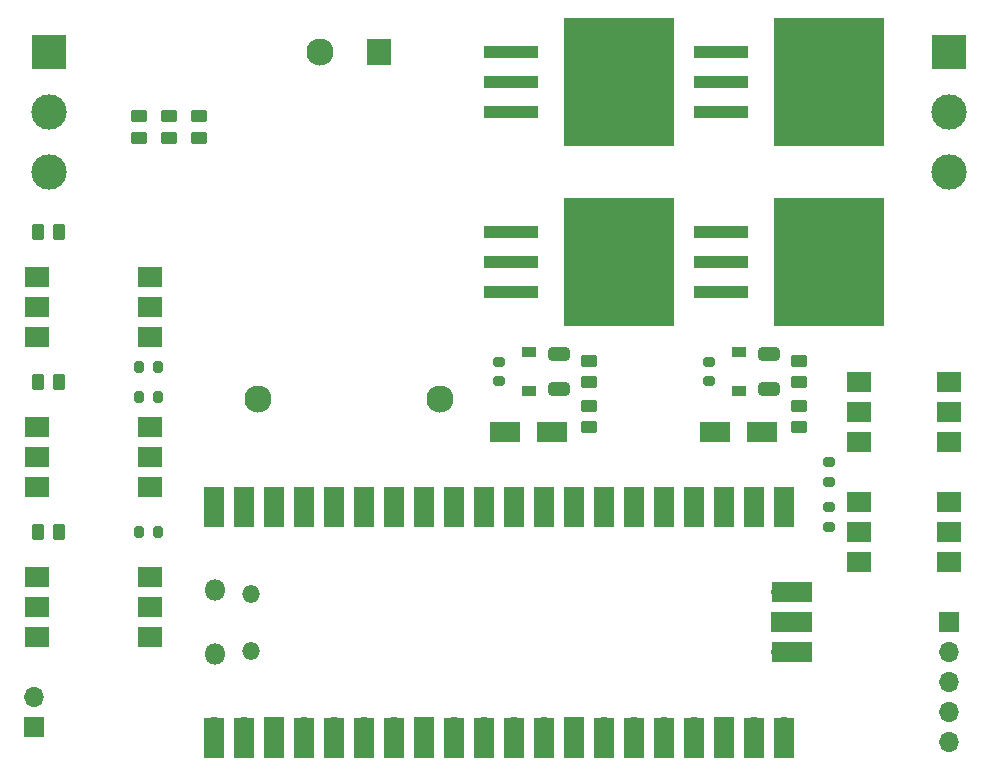
<source format=gts>
G04 #@! TF.GenerationSoftware,KiCad,Pcbnew,(6.0.0)*
G04 #@! TF.CreationDate,2022-05-18T17:51:48+02:00*
G04 #@! TF.ProjectId,prototype-3,70726f74-6f74-4797-9065-2d332e6b6963,rev?*
G04 #@! TF.SameCoordinates,Original*
G04 #@! TF.FileFunction,Soldermask,Top*
G04 #@! TF.FilePolarity,Negative*
%FSLAX46Y46*%
G04 Gerber Fmt 4.6, Leading zero omitted, Abs format (unit mm)*
G04 Created by KiCad (PCBNEW (6.0.0)) date 2022-05-18 17:51:48*
%MOMM*%
%LPD*%
G01*
G04 APERTURE LIST*
G04 Aperture macros list*
%AMRoundRect*
0 Rectangle with rounded corners*
0 $1 Rounding radius*
0 $2 $3 $4 $5 $6 $7 $8 $9 X,Y pos of 4 corners*
0 Add a 4 corners polygon primitive as box body*
4,1,4,$2,$3,$4,$5,$6,$7,$8,$9,$2,$3,0*
0 Add four circle primitives for the rounded corners*
1,1,$1+$1,$2,$3*
1,1,$1+$1,$4,$5*
1,1,$1+$1,$6,$7*
1,1,$1+$1,$8,$9*
0 Add four rect primitives between the rounded corners*
20,1,$1+$1,$2,$3,$4,$5,0*
20,1,$1+$1,$4,$5,$6,$7,0*
20,1,$1+$1,$6,$7,$8,$9,0*
20,1,$1+$1,$8,$9,$2,$3,0*%
G04 Aperture macros list end*
%ADD10R,1.200000X0.900000*%
%ADD11RoundRect,0.200000X0.200000X0.275000X-0.200000X0.275000X-0.200000X-0.275000X0.200000X-0.275000X0*%
%ADD12R,2.500000X1.800000*%
%ADD13R,3.000000X3.000000*%
%ADD14C,3.000000*%
%ADD15RoundRect,0.200000X-0.275000X0.200000X-0.275000X-0.200000X0.275000X-0.200000X0.275000X0.200000X0*%
%ADD16R,4.600000X1.100000*%
%ADD17R,9.400000X10.800000*%
%ADD18RoundRect,0.250000X0.450000X-0.262500X0.450000X0.262500X-0.450000X0.262500X-0.450000X-0.262500X0*%
%ADD19RoundRect,0.250000X-0.450000X0.262500X-0.450000X-0.262500X0.450000X-0.262500X0.450000X0.262500X0*%
%ADD20RoundRect,0.250000X0.262500X0.450000X-0.262500X0.450000X-0.262500X-0.450000X0.262500X-0.450000X0*%
%ADD21RoundRect,0.250000X0.650000X-0.325000X0.650000X0.325000X-0.650000X0.325000X-0.650000X-0.325000X0*%
%ADD22R,1.700000X1.700000*%
%ADD23O,1.700000X1.700000*%
%ADD24O,1.800000X1.800000*%
%ADD25O,1.500000X1.500000*%
%ADD26R,1.700000X3.500000*%
%ADD27R,3.500000X1.700000*%
%ADD28R,2.000000X1.780000*%
%ADD29R,2.000000X2.300000*%
%ADD30C,2.300000*%
G04 APERTURE END LIST*
D10*
X170180000Y-84580000D03*
X170180000Y-81280000D03*
D11*
X121030000Y-85090000D03*
X119380000Y-85090000D03*
D12*
X172180000Y-88010000D03*
X168180000Y-88010000D03*
D13*
X111760000Y-55880000D03*
D14*
X111760000Y-60960000D03*
X111760000Y-66040000D03*
D15*
X177800000Y-90615000D03*
X177800000Y-92265000D03*
D16*
X150870000Y-55880000D03*
D17*
X160020000Y-58420000D03*
D16*
X150870000Y-58420000D03*
X150870000Y-60960000D03*
D18*
X175260000Y-83842500D03*
X175260000Y-82017500D03*
D11*
X121030000Y-96520000D03*
X119380000Y-96520000D03*
D15*
X167640000Y-82105000D03*
X167640000Y-83755000D03*
D10*
X152400000Y-84580000D03*
X152400000Y-81280000D03*
D19*
X121920000Y-61317500D03*
X121920000Y-63142500D03*
D16*
X168650000Y-55880000D03*
X168650000Y-58420000D03*
D17*
X177800000Y-58420000D03*
D16*
X168650000Y-60960000D03*
D18*
X157480000Y-87652500D03*
X157480000Y-85827500D03*
D20*
X112672500Y-83820000D03*
X110847500Y-83820000D03*
X112672500Y-96520000D03*
X110847500Y-96520000D03*
D21*
X154940000Y-84405000D03*
X154940000Y-81455000D03*
D19*
X119380000Y-61317500D03*
X119380000Y-63142500D03*
D18*
X157480000Y-83842500D03*
X157480000Y-82017500D03*
D12*
X154400000Y-88010000D03*
X150400000Y-88010000D03*
D15*
X149860000Y-82105000D03*
X149860000Y-83755000D03*
D22*
X110490000Y-113030000D03*
D23*
X110490000Y-110490000D03*
D24*
X125860000Y-106865000D03*
X125860000Y-101415000D03*
D25*
X128890000Y-106565000D03*
X128890000Y-101715000D03*
D23*
X125730000Y-113030000D03*
D26*
X125730000Y-113930000D03*
D23*
X128270000Y-113030000D03*
D26*
X128270000Y-113930000D03*
X130810000Y-113930000D03*
D22*
X130810000Y-113030000D03*
D23*
X133350000Y-113030000D03*
D26*
X133350000Y-113930000D03*
D23*
X135890000Y-113030000D03*
D26*
X135890000Y-113930000D03*
D23*
X138430000Y-113030000D03*
D26*
X138430000Y-113930000D03*
X140970000Y-113930000D03*
D23*
X140970000Y-113030000D03*
D22*
X143510000Y-113030000D03*
D26*
X143510000Y-113930000D03*
D23*
X146050000Y-113030000D03*
D26*
X146050000Y-113930000D03*
D23*
X148590000Y-113030000D03*
D26*
X148590000Y-113930000D03*
D23*
X151130000Y-113030000D03*
D26*
X151130000Y-113930000D03*
D23*
X153670000Y-113030000D03*
D26*
X153670000Y-113930000D03*
X156210000Y-113930000D03*
D22*
X156210000Y-113030000D03*
D26*
X158750000Y-113930000D03*
D23*
X158750000Y-113030000D03*
D26*
X161290000Y-113930000D03*
D23*
X161290000Y-113030000D03*
X163830000Y-113030000D03*
D26*
X163830000Y-113930000D03*
X166370000Y-113930000D03*
D23*
X166370000Y-113030000D03*
D22*
X168910000Y-113030000D03*
D26*
X168910000Y-113930000D03*
X171450000Y-113930000D03*
D23*
X171450000Y-113030000D03*
D26*
X173990000Y-113930000D03*
D23*
X173990000Y-113030000D03*
D26*
X173990000Y-94350000D03*
D23*
X173990000Y-95250000D03*
X171450000Y-95250000D03*
D26*
X171450000Y-94350000D03*
X168910000Y-94350000D03*
D22*
X168910000Y-95250000D03*
D23*
X166370000Y-95250000D03*
D26*
X166370000Y-94350000D03*
X163830000Y-94350000D03*
D23*
X163830000Y-95250000D03*
X161290000Y-95250000D03*
D26*
X161290000Y-94350000D03*
X158750000Y-94350000D03*
D23*
X158750000Y-95250000D03*
D26*
X156210000Y-94350000D03*
D22*
X156210000Y-95250000D03*
D23*
X153670000Y-95250000D03*
D26*
X153670000Y-94350000D03*
X151130000Y-94350000D03*
D23*
X151130000Y-95250000D03*
X148590000Y-95250000D03*
D26*
X148590000Y-94350000D03*
X146050000Y-94350000D03*
D23*
X146050000Y-95250000D03*
D22*
X143510000Y-95250000D03*
D26*
X143510000Y-94350000D03*
D23*
X140970000Y-95250000D03*
D26*
X140970000Y-94350000D03*
D23*
X138430000Y-95250000D03*
D26*
X138430000Y-94350000D03*
D23*
X135890000Y-95250000D03*
D26*
X135890000Y-94350000D03*
D23*
X133350000Y-95250000D03*
D26*
X133350000Y-94350000D03*
X130810000Y-94350000D03*
D22*
X130810000Y-95250000D03*
D26*
X128270000Y-94350000D03*
D23*
X128270000Y-95250000D03*
D26*
X125730000Y-94350000D03*
D23*
X125730000Y-95250000D03*
D27*
X174660000Y-106680000D03*
D23*
X173760000Y-106680000D03*
D27*
X174660000Y-104140000D03*
D22*
X173760000Y-104140000D03*
D23*
X173760000Y-101600000D03*
D27*
X174660000Y-101600000D03*
D11*
X121030000Y-82550000D03*
X119380000Y-82550000D03*
D15*
X177800000Y-94425000D03*
X177800000Y-96075000D03*
D13*
X187960000Y-55880000D03*
D14*
X187960000Y-60960000D03*
X187960000Y-66040000D03*
D16*
X150870000Y-71120000D03*
X150870000Y-73660000D03*
D17*
X160020000Y-73660000D03*
D16*
X150870000Y-76200000D03*
D28*
X110805000Y-87630000D03*
X110805000Y-90170000D03*
X110805000Y-92710000D03*
X120335000Y-92710000D03*
X120335000Y-90170000D03*
X120335000Y-87630000D03*
D18*
X175260000Y-87652500D03*
X175260000Y-85827500D03*
D20*
X112672500Y-71120000D03*
X110847500Y-71120000D03*
D28*
X180340000Y-83820000D03*
X180340000Y-86360000D03*
X180340000Y-88900000D03*
X187960000Y-88900000D03*
X187960000Y-86360000D03*
X187960000Y-83820000D03*
X110805000Y-100330000D03*
X110805000Y-102870000D03*
X110805000Y-105410000D03*
X120335000Y-105410000D03*
X120335000Y-102870000D03*
X120335000Y-100330000D03*
X110805000Y-74930000D03*
X110805000Y-77470000D03*
X110805000Y-80010000D03*
X120335000Y-80010000D03*
X120335000Y-77470000D03*
X120335000Y-74930000D03*
D22*
X187960000Y-104140000D03*
D23*
X187960000Y-106680000D03*
X187960000Y-109220000D03*
X187960000Y-111760000D03*
X187960000Y-114300000D03*
D21*
X172720000Y-84405000D03*
X172720000Y-81455000D03*
D28*
X180340000Y-93980000D03*
X180340000Y-96520000D03*
X180340000Y-99060000D03*
X187960000Y-99060000D03*
X187960000Y-96520000D03*
X187960000Y-93980000D03*
D19*
X124460000Y-61317500D03*
X124460000Y-63142500D03*
D29*
X139700000Y-55880000D03*
D30*
X134700000Y-55880000D03*
X144900000Y-85280000D03*
X129500000Y-85280000D03*
D16*
X168650000Y-71120000D03*
D17*
X177800000Y-73660000D03*
D16*
X168650000Y-73660000D03*
X168650000Y-76200000D03*
M02*

</source>
